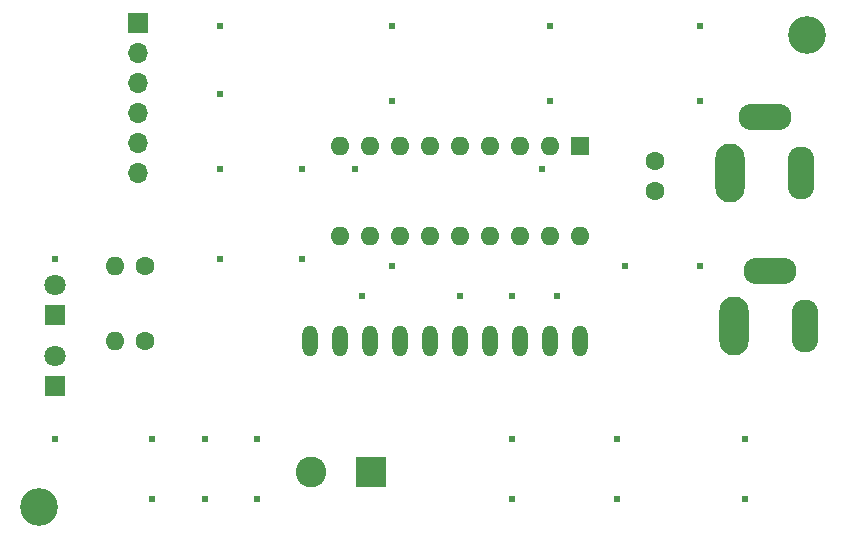
<source format=gts>
G04 #@! TF.GenerationSoftware,KiCad,Pcbnew,(6.0.11-0)*
G04 #@! TF.CreationDate,2023-06-17T18:40:16+09:00*
G04 #@! TF.ProjectId,TargetSite-Truck,54617267-6574-4536-9974-652d54727563,1*
G04 #@! TF.SameCoordinates,Original*
G04 #@! TF.FileFunction,Soldermask,Top*
G04 #@! TF.FilePolarity,Negative*
%FSLAX46Y46*%
G04 Gerber Fmt 4.6, Leading zero omitted, Abs format (unit mm)*
G04 Created by KiCad (PCBNEW (6.0.11-0)) date 2023-06-17 18:40:16*
%MOMM*%
%LPD*%
G01*
G04 APERTURE LIST*
%ADD10R,1.700000X1.700000*%
%ADD11O,1.700000X1.700000*%
%ADD12R,1.800000X1.800000*%
%ADD13C,1.800000*%
%ADD14C,3.200000*%
%ADD15C,1.600000*%
%ADD16O,1.600000X1.600000*%
%ADD17O,2.500000X5.000000*%
%ADD18O,2.250000X4.500000*%
%ADD19O,4.500000X2.250000*%
%ADD20R,2.600000X2.600000*%
%ADD21C,2.600000*%
%ADD22O,1.308000X2.616000*%
%ADD23R,1.600000X1.600000*%
%ADD24C,0.605000*%
G04 APERTURE END LIST*
D10*
X143380000Y-83962850D03*
D11*
X143380000Y-86502850D03*
X143380000Y-89042850D03*
X143380000Y-91582850D03*
X143380000Y-94122850D03*
X143380000Y-96662850D03*
D12*
X136350452Y-114760000D03*
D13*
X136350452Y-112220000D03*
D14*
X200000000Y-85000000D03*
D15*
X143950000Y-110950000D03*
D16*
X141410000Y-110950000D03*
D17*
X193500000Y-96675000D03*
D18*
X199500000Y-96675000D03*
D19*
X196500000Y-91975000D03*
D20*
X163107477Y-121994635D03*
D21*
X158027477Y-121994635D03*
D22*
X180800000Y-110950000D03*
X178260000Y-110950000D03*
X175720000Y-110950000D03*
X173180000Y-110950000D03*
X170640000Y-110950000D03*
X168100000Y-110950000D03*
X165560000Y-110950000D03*
X163020000Y-110950000D03*
X160480000Y-110950000D03*
X157940000Y-110950000D03*
D17*
X193850000Y-109675000D03*
D18*
X199850000Y-109675000D03*
D19*
X196850000Y-104975000D03*
D12*
X136350452Y-108710000D03*
D13*
X136350452Y-106170000D03*
D15*
X187150000Y-95700000D03*
X187150000Y-98200000D03*
X143950000Y-104600000D03*
D16*
X141410000Y-104600000D03*
D14*
X135000000Y-125000000D03*
D23*
X180800000Y-94450000D03*
D16*
X178260000Y-94450000D03*
X175720000Y-94450000D03*
X173180000Y-94450000D03*
X170640000Y-94450000D03*
X168100000Y-94450000D03*
X165560000Y-94450000D03*
X163020000Y-94450000D03*
X160480000Y-94450000D03*
X160480000Y-102070000D03*
X163020000Y-102070000D03*
X165560000Y-102070000D03*
X168100000Y-102070000D03*
X170640000Y-102070000D03*
X173180000Y-102070000D03*
X175720000Y-102070000D03*
X178260000Y-102070000D03*
X180800000Y-102070000D03*
D24*
X150320000Y-84280000D03*
X194770000Y-124285000D03*
X183975000Y-119205000D03*
X149050000Y-119205000D03*
X184610000Y-104600000D03*
X157305000Y-103965000D03*
X144605000Y-119205000D03*
X175085000Y-107140000D03*
X190960000Y-90630000D03*
X150320000Y-89995000D03*
X150320000Y-96345000D03*
X153495000Y-124285000D03*
X150320000Y-103965000D03*
X183975000Y-124285000D03*
X175085000Y-124285000D03*
X164925000Y-90630000D03*
X149050000Y-124285000D03*
X164925000Y-104600000D03*
X194770000Y-119205000D03*
X190960000Y-104600000D03*
X164925000Y-84280000D03*
X178260000Y-90630000D03*
X178895000Y-107140000D03*
X157305000Y-96345000D03*
X177625000Y-96345000D03*
X178260000Y-84280000D03*
X175085000Y-119205000D03*
X136350000Y-103965000D03*
X136350000Y-119205000D03*
X162385000Y-107140000D03*
X161750000Y-96345000D03*
X170640000Y-107140000D03*
X144605000Y-124285000D03*
X153495000Y-119205000D03*
X190960000Y-84280000D03*
M02*

</source>
